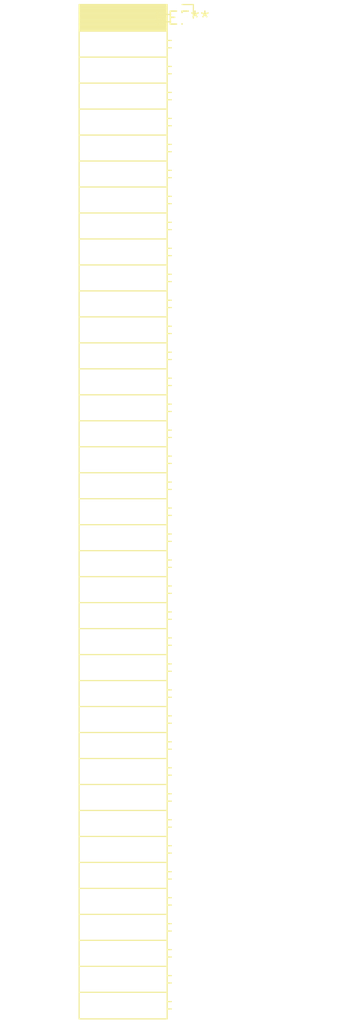
<source format=kicad_pcb>
(kicad_pcb (version 20240108) (generator pcbnew)
  (layers (0 "F.Cu" signal) (31 "B.Cu" signal) (34 "B.Paste" user) (35 "F.Paste" user) (36 "B.SilkS" user "B.Silkscreen") (37 "F.SilkS" user "F.Silkscreen") (38 "B.Mask" user) (39 "F.Mask" user) (44 "Edge.Cuts" user))
  (net 0 "")
  (footprint "PinSocket_1x39_P2.54mm_Horizontal" (layer "F.Cu") (at 0 0)
    (property "Reference" "REF**")
    (property "Value" "PinSocket_1x39_P2.54mm_Horizontal")
    (fp_line (start -10.09 -1.33) (end -10.09 97.85) (layer "F.SilkS") (stroke (width 0.12)))
    (fp_line (start -10.09 -1.33) (end -1.46 -1.33) (layer "F.SilkS") (stroke (width 0.12)))
    (fp_line (start -10.09 -1.21) (end -1.46 -1.21) (layer "F.SilkS") (stroke (width 0.12)))
    (fp_line (start -10.09 -1.091905) (end -1.46 -1.091905) (layer "F.SilkS") (stroke (width 0.12)))
    (fp_line (start -10.09 -0.97381) (end -1.46 -0.97381) (layer "F.SilkS") (stroke (width 0.12)))
    (fp_line (start -10.09 -0.855715) (end -1.46 -0.855715) (layer "F.SilkS") (stroke (width 0.12)))
    (fp_line (start -10.09 -0.73762) (end -1.46 -0.73762) (layer "F.SilkS") (stroke (width 0.12)))
    (fp_line (start -10.09 -0.619525) (end -1.46 -0.619525) (layer "F.SilkS") (stroke (width 0.12)))
    (fp_line (start -10.09 -0.50143) (end -1.46 -0.50143) (layer "F.SilkS") (stroke (width 0.12)))
    (fp_line (start -10.09 -0.383335) (end -1.46 -0.383335) (layer "F.SilkS") (stroke (width 0.12)))
    (fp_line (start -10.09 -0.26524) (end -1.46 -0.26524) (layer "F.SilkS") (stroke (width 0.12)))
    (fp_line (start -10.09 -0.147145) (end -1.46 -0.147145) (layer "F.SilkS") (stroke (width 0.12)))
    (fp_line (start -10.09 -0.02905) (end -1.46 -0.02905) (layer "F.SilkS") (stroke (width 0.12)))
    (fp_line (start -10.09 0.089045) (end -1.46 0.089045) (layer "F.SilkS") (stroke (width 0.12)))
    (fp_line (start -10.09 0.20714) (end -1.46 0.20714) (layer "F.SilkS") (stroke (width 0.12)))
    (fp_line (start -10.09 0.325235) (end -1.46 0.325235) (layer "F.SilkS") (stroke (width 0.12)))
    (fp_line (start -10.09 0.44333) (end -1.46 0.44333) (layer "F.SilkS") (stroke (width 0.12)))
    (fp_line (start -10.09 0.561425) (end -1.46 0.561425) (layer "F.SilkS") (stroke (width 0.12)))
    (fp_line (start -10.09 0.67952) (end -1.46 0.67952) (layer "F.SilkS") (stroke (width 0.12)))
    (fp_line (start -10.09 0.797615) (end -1.46 0.797615) (layer "F.SilkS") (stroke (width 0.12)))
    (fp_line (start -10.09 0.91571) (end -1.46 0.91571) (layer "F.SilkS") (stroke (width 0.12)))
    (fp_line (start -10.09 1.033805) (end -1.46 1.033805) (layer "F.SilkS") (stroke (width 0.12)))
    (fp_line (start -10.09 1.1519) (end -1.46 1.1519) (layer "F.SilkS") (stroke (width 0.12)))
    (fp_line (start -10.09 1.27) (end -1.46 1.27) (layer "F.SilkS") (stroke (width 0.12)))
    (fp_line (start -10.09 3.81) (end -1.46 3.81) (layer "F.SilkS") (stroke (width 0.12)))
    (fp_line (start -10.09 6.35) (end -1.46 6.35) (layer "F.SilkS") (stroke (width 0.12)))
    (fp_line (start -10.09 8.89) (end -1.46 8.89) (layer "F.SilkS") (stroke (width 0.12)))
    (fp_line (start -10.09 11.43) (end -1.46 11.43) (layer "F.SilkS") (stroke (width 0.12)))
    (fp_line (start -10.09 13.97) (end -1.46 13.97) (layer "F.SilkS") (stroke (width 0.12)))
    (fp_line (start -10.09 16.51) (end -1.46 16.51) (layer "F.SilkS") (stroke (width 0.12)))
    (fp_line (start -10.09 19.05) (end -1.46 19.05) (layer "F.SilkS") (stroke (width 0.12)))
    (fp_line (start -10.09 21.59) (end -1.46 21.59) (layer "F.SilkS") (stroke (width 0.12)))
    (fp_line (start -10.09 24.13) (end -1.46 24.13) (layer "F.SilkS") (stroke (width 0.12)))
    (fp_line (start -10.09 26.67) (end -1.46 26.67) (layer "F.SilkS") (stroke (width 0.12)))
    (fp_line (start -10.09 29.21) (end -1.46 29.21) (layer "F.SilkS") (stroke (width 0.12)))
    (fp_line (start -10.09 31.75) (end -1.46 31.75) (layer "F.SilkS") (stroke (width 0.12)))
    (fp_line (start -10.09 34.29) (end -1.46 34.29) (layer "F.SilkS") (stroke (width 0.12)))
    (fp_line (start -10.09 36.83) (end -1.46 36.83) (layer "F.SilkS") (stroke (width 0.12)))
    (fp_line (start -10.09 39.37) (end -1.46 39.37) (layer "F.SilkS") (stroke (width 0.12)))
    (fp_line (start -10.09 41.91) (end -1.46 41.91) (layer "F.SilkS") (stroke (width 0.12)))
    (fp_line (start -10.09 44.45) (end -1.46 44.45) (layer "F.SilkS") (stroke (width 0.12)))
    (fp_line (start -10.09 46.99) (end -1.46 46.99) (layer "F.SilkS") (stroke (width 0.12)))
    (fp_line (start -10.09 49.53) (end -1.46 49.53) (layer "F.SilkS") (stroke (width 0.12)))
    (fp_line (start -10.09 52.07) (end -1.46 52.07) (layer "F.SilkS") (stroke (width 0.12)))
    (fp_line (start -10.09 54.61) (end -1.46 54.61) (layer "F.SilkS") (stroke (width 0.12)))
    (fp_line (start -10.09 57.15) (end -1.46 57.15) (layer "F.SilkS") (stroke (width 0.12)))
    (fp_line (start -10.09 59.69) (end -1.46 59.69) (layer "F.SilkS") (stroke (width 0.12)))
    (fp_line (start -10.09 62.23) (end -1.46 62.23) (layer "F.SilkS") (stroke (width 0.12)))
    (fp_line (start -10.09 64.77) (end -1.46 64.77) (layer "F.SilkS") (stroke (width 0.12)))
    (fp_line (start -10.09 67.31) (end -1.46 67.31) (layer "F.SilkS") (stroke (width 0.12)))
    (fp_line (start -10.09 69.85) (end -1.46 69.85) (layer "F.SilkS") (stroke (width 0.12)))
    (fp_line (start -10.09 72.39) (end -1.46 72.39) (layer "F.SilkS") (stroke (width 0.12)))
    (fp_line (start -10.09 74.93) (end -1.46 74.93) (layer "F.SilkS") (stroke (width 0.12)))
    (fp_line (start -10.09 77.47) (end -1.46 77.47) (layer "F.SilkS") (stroke (width 0.12)))
    (fp_line (start -10.09 80.01) (end -1.46 80.01) (layer "F.SilkS") (stroke (width 0.12)))
    (fp_line (start -10.09 82.55) (end -1.46 82.55) (layer "F.SilkS") (stroke (width 0.12)))
    (fp_line (start -10.09 85.09) (end -1.46 85.09) (layer "F.SilkS") (stroke (width 0.12)))
    (fp_line (start -10.09 87.63) (end -1.46 87.63) (layer "F.SilkS") (stroke (width 0.12)))
    (fp_line (start -10.09 90.17) (end -1.46 90.17) (layer "F.SilkS") (stroke (width 0.12)))
    (fp_line (start -10.09 92.71) (end -1.46 92.71) (layer "F.SilkS") (stroke (width 0.12)))
    (fp_line (start -10.09 95.25) (end -1.46 95.25) (layer "F.SilkS") (stroke (width 0.12)))
    (fp_line (start -10.09 97.85) (end -1.46 97.85) (layer "F.SilkS") (stroke (width 0.12)))
    (fp_line (start -1.46 -1.33) (end -1.46 97.85) (layer "F.SilkS") (stroke (width 0.12)))
    (fp_line (start -1.46 -0.36) (end -1.11 -0.36) (layer "F.SilkS") (stroke (width 0.12)))
    (fp_line (start -1.46 0.36) (end -1.11 0.36) (layer "F.SilkS") (stroke (width 0.12)))
    (fp_line (start -1.46 2.18) (end -1.05 2.18) (layer "F.SilkS") (stroke (width 0.12)))
    (fp_line (start -1.46 2.9) (end -1.05 2.9) (layer "F.SilkS") (stroke (width 0.12)))
    (fp_line (start -1.46 4.72) (end -1.05 4.72) (layer "F.SilkS") (stroke (width 0.12)))
    (fp_line (start -1.46 5.44) (end -1.05 5.44) (layer "F.SilkS") (stroke (width 0.12)))
    (fp_line (start -1.46 7.26) (end -1.05 7.26) (layer "F.SilkS") (stroke (width 0.12)))
    (fp_line (start -1.46 7.98) (end -1.05 7.98) (layer "F.SilkS") (stroke (width 0.12)))
    (fp_line (start -1.46 9.8) (end -1.05 9.8) (layer "F.SilkS") (stroke (width 0.12)))
    (fp_line (start -1.46 10.52) (end -1.05 10.52) (layer "F.SilkS") (stroke (width 0.12)))
    (fp_line (start -1.46 12.34) (end -1.05 12.34) (layer "F.SilkS") (stroke (width 0.12)))
    (fp_line (start -1.46 13.06) (end -1.05 13.06) (layer "F.SilkS") (stroke (width 0.12)))
    (fp_line (start -1.46 14.88) (end -1.05 14.88) (layer "F.SilkS") (stroke (width 0.12)))
    (fp_line (start -1.46 15.6) (end -1.05 15.6) (layer "F.SilkS") (stroke (width 0.12)))
    (fp_line (start -1.46 17.42) (end -1.05 17.42) (layer "F.SilkS") (stroke (width 0.12)))
    (fp_line (start -1.46 18.14) (end -1.05 18.14) (layer "F.SilkS") (stroke (width 0.12)))
    (fp_line (start -1.46 19.96) (end -1.05 19.96) (layer "F.SilkS") (stroke (width 0.12)))
    (fp_line (start -1.46 20.68) (end -1.05 20.68) (layer "F.SilkS") (stroke (width 0.12)))
    (fp_line (start -1.46 22.5) (end -1.05 22.5) (layer "F.SilkS") (stroke (width 0.12)))
    (fp_line (start -1.46 23.22) (end -1.05 23.22) (layer "F.SilkS") (stroke (width 0.12)))
    (fp_line (start -1.46 25.04) (end -1.05 25.04) (layer "F.SilkS") (stroke (width 0.12)))
    (fp_line (start -1.46 25.76) (end -1.05 25.76) (layer "F.SilkS") (stroke (width 0.12)))
    (fp_line (start -1.46 27.58) (end -1.05 27.58) (layer "F.SilkS") (stroke (width 0.12)))
    (fp_line (start -1.46 28.3) (end -1.05 28.3) (layer "F.SilkS") (stroke (width 0.12)))
    (fp_line (start -1.46 30.12) (end -1.05 30.12) (layer "F.SilkS") (stroke (width 0.12)))
    (fp_line (start -1.46 30.84) (end -1.05 30.84) (layer "F.SilkS") (stroke (width 0.12)))
    (fp_line (start -1.46 32.66) (end -1.05 32.66) (layer "F.SilkS") (stroke (width 0.12)))
    (fp_line (start -1.46 33.38) (end -1.05 33.38) (layer "F.SilkS") (stroke (width 0.12)))
    (fp_line (start -1.46 35.2) (end -1.05 35.2) (layer "F.SilkS") (stroke (width 0.12)))
    (fp_line (start -1.46 35.92) (end -1.05 35.92) (layer "F.SilkS") (stroke (width 0.12)))
    (fp_line (start -1.46 37.74) (end -1.05 37.74) (layer "F.SilkS") (stroke (width 0.12)))
    (fp_line (start -1.46 38.46) (end -1.05 38.46) (layer "F.SilkS") (stroke (width 0.12)))
    (fp_line (start -1.46 40.28) (end -1.05 40.28) (layer "F.SilkS") (stroke (width 0.12)))
    (fp_line (start -1.46 41) (end -1.05 41) (layer "F.SilkS") (stroke (width 0.12)))
    (fp_line (start -1.46 42.82) (end -1.05 42.82) (layer "F.SilkS") (stroke (width 0.12)))
    (fp_line (start -1.46 43.54) (end -1.05 43.54) (layer "F.SilkS") (stroke (width 0.12)))
    (fp_line (start -1.46 45.36) (end -1.05 45.36) (layer "F.SilkS") (stroke (width 0.12)))
    (fp_line (start -1.46 46.08) (end -1.05 46.08) (layer "F.SilkS") (stroke (width 0.12)))
    (fp_line (start -1.46 47.9) (end -1.05 47.9) (layer "F.SilkS") (stroke (width 0.12)))
    (fp_line (start -1.46 48.62) (end -1.05 48.62) (layer "F.SilkS") (stroke (width 0.12)))
    (fp_line (start -1.46 50.44) (end -1.05 50.44) (layer "F.SilkS") (stroke (width 0.12)))
    (fp_line (start -1.46 51.16) (end -1.05 51.16) (layer "F.SilkS") (stroke (width 0.12)))
    (fp_line (start -1.46 52.98) (end -1.05 52.98) (layer "F.SilkS") (stroke (width 0.12)))
    (fp_line (start -1.46 53.7) (end -1.05 53.7) (layer "F.SilkS") (stroke (width 0.12)))
    (fp_line (start -1.46 55.52) (end -1.05 55.52) (layer "F.SilkS") (stroke (width 0.12)))
    (fp_line (start -1.46 56.24) (end -1.05 56.24) (layer "F.SilkS") (stroke (width 0.12)))
    (fp_line (start -1.46 58.06) (end -1.05 58.06) (layer "F.SilkS") (stroke (width 0.12)))
    (fp_line (start -1.46 58.78) (end -1.05 58.78) (layer "F.SilkS") (stroke (width 0.12)))
    (fp_line (start -1.46 60.6) (end -1.05 60.6) (layer "F.SilkS") (stroke (width 0.12)))
    (fp_line (start -1.46 61.32) (end -1.05 61.32) (layer "F.SilkS") (stroke (width 0.12)))
    (fp_line (start -1.46 63.14) (end -1.05 63.14) (layer "F.SilkS") (stroke (width 0.12)))
    (fp_line (start -1.46 63.86) (end -1.05 63.86) (layer "F.SilkS") (stroke (width 0.12)))
    (fp_line (start -1.46 65.68) (end -1.05 65.68) (layer "F.SilkS") (stroke (width 0.12)))
    (fp_line (start -1.46 66.4) (end -1.05 66.4) (layer "F.SilkS") (stroke (width 0.12)))
    (fp_line (start -1.46 68.22) (end -1.05 68.22) (layer "F.SilkS") (stroke (width 0.12)))
    (fp_line (start -1.46 68.94) (end -1.05 68.94) (layer "F.SilkS") (stroke (width 0.12)))
    (fp_line (start -1.46 70.76) (end -1.05 70.76) (layer "F.SilkS") (stroke (width 0.12)))
    (fp_line (start -1.46 71.48) (end -1.05 71.48) (layer "F.SilkS") (stroke (width 0.12)))
    (fp_line (start -1.46 73.3) (end -1.05 73.3) (layer "F.SilkS") (stroke (width 0.12)))
    (fp_line (start -1.46 74.02) (end -1.05 74.02) (layer "F.SilkS") (stroke (width 0.12)))
    (fp_line (start -1.46 75.84) (end -1.05 75.84) (layer "F.SilkS") (stroke (width 0.12)))
    (fp_line (start -1.46 76.56) (end -1.05 76.56) (layer "F.SilkS") (stroke (width 0.12)))
    (fp_line (start -1.46 78.38) (end -1.05 78.38) (layer "F.SilkS") (stroke (width 0.12)))
    (fp_line (start -1.46 79.1) (end -1.05 79.1) (layer "F.SilkS") (stroke (width 0.12)))
    (fp_line (start -1.46 80.92) (end -1.05 80.92) (layer "F.SilkS") (stroke (width 0.12)))
    (fp_line (start -1.46 81.64) (end -1.05 81.64) (layer "F.SilkS") (stroke (width 0.12)))
    (fp_line (start -1.46 83.46) (end -1.05 83.46) (layer "F.SilkS") (stroke (width 0.12)))
    (fp_line (start -1.46 84.18) (end -1.05 84.18) (layer "F.SilkS") (stroke (width 0.12)))
    (fp_line (start -1.46 86) (end -1.05 86) (layer "F.SilkS") (stroke (width 0.12)))
    (fp_line (start -1.46 86.72) (end -1.05 86.72) (layer "F.SilkS") (stroke (width 0.12)))
    (fp_line (start -1.46 88.54) (end -1.05 88.54) (layer "F.SilkS") (stroke (width 0.12)))
    (fp_line (start -1.46 89.26) (end -1.05 89.26) (layer "F.SilkS") (stroke (width 0.12)))
    (fp_line (start -1.46 91.08) (end -1.05 91.08) (layer "F.SilkS") (stroke (width 0.12)))
    (fp_line (start -1.46 91.8) (end -1.05 91.8) (layer "F.SilkS") (stroke (width 0.12)))
    (fp_line (start -1.46 93.62) (end -1.05 93.62) (layer "F.SilkS") (stroke (width 0.12)))
    (fp_line (start -1.46 94.34) (end -1.05 94.34) (layer "F.SilkS") (stroke (width 0.12)))
    (fp_line (start -1.46 96.16) (end -1.05 96.16) (layer "F.SilkS") (stroke (width 0.12)))
    (fp_line (start -1.46 96.88) (end -1.05 96.88) (layer "F.SilkS") (stroke (width 0.12)))
    (fp_line (start 0 -1.33) (end 1.11 -1.33) (layer "F.SilkS") (stroke (width 0.12)))
    (fp_line (start 1.11 -1.33) (end 1.11 0) (layer "F.SilkS") (stroke (width 0.12)))
    (pad "1" thru_hole rect (at 0 0) (size 1.7 1.7) (drill 1) (layers *.Cu *.Mask) (remove_unused_layers))
    (pad "2" thru_hole oval (at 0 2.54) (size 1.7 1.7) (drill 1) (layers *.Cu *.Mask) (remove_unused_layers))
    (pad "3" thru_hole oval (at 0 5.08) (size 1.7 1.7) (drill 1) (layers *.Cu *.Mask) (remove_unused_layers))
    (pad "4" thru_hole oval (at 0 7.62) (size 1.7 1.7) (drill 1) (layers *.Cu *.Mask) (remove_unused_layers))
    (pad "5" thru_hole oval (at 0 10.16) (size 1.7 1.7) (drill 1) (layers *.Cu *.Mask) (remove_unused_layers))
    (pad "6" thru_hole oval (at 0 12.7) (size 1.7 1.7) (drill 1) (layers *.Cu *.Mask) (remove_unused_layers))
    (pad "7" thru_hole oval (at 0 15.24) (size 1.7 1.7) (drill 1) (layers *.Cu *.Mask) (remove_unused_layers))
    (pad "8" thru_hole oval (at 0 17.78) (size 1.7 1.7) (drill 1) (layers *.Cu *.Mask) (remove_unused_layers))
    (pad "9" thru_hole oval (at 0 20.32) (size 1.7 1.7) (drill 1) (layers *.Cu *.Mask) (remove_unused_layers))
    (pad "10" thru_hole oval (at 0 22.86) (size 1.7 1.7) (drill 1) (layers *.Cu *.Mask) (remove_unused_layers))
    (pad "11" thru_hole oval (at 0 25.4) (size 1.7 1.7) (drill 1) (layers *.Cu *.Mask) (remove_unused_layers))
    (pad "12" thru_hole oval (at 0 27.94) (size 1.7 1.7) (drill 1) (layers *.Cu *.Mask) (remove_unused_layers))
    (pad "13" thru_hole oval (at 0 30.48) (size 1.7 1.7) (drill 1) (layers *.Cu *.Mask) (remove_unused_layers))
    (pad "14" thru_hole oval (at 0 33.02) (size 1.7 1.7) (drill 1) (layers *.Cu *.Mask) (remove_unused_layers))
    (pad "15" thru_hole oval (at 0 35.56) (size 1.7 1.7) (drill 1) (layers *.Cu *.Mask) (remove_unused_layers))
    (pad "16" thru_hole oval (at 0 38.1) (size 1.7 1.7) (drill 1) (layers *.Cu *.Mask) (remove_unused_layers))
    (pad "17" thru_hole oval (at 0 40.64) (size 1.7 1.7) (drill 1) (layers *.Cu *.Mask) (remove_unused_layers))
    (pad "18" thru_hole oval (at 0 43.18) (size 1.7 1.7) (drill 1) (layers *.Cu *.Mask) (remove_unused_layers))
    (pad "19" thru_hole oval (at 0 45.72) (size 1.7 1.7) (drill 1) (layers *.Cu *.Mask) (remove_unused_layers))
    (pad "20" thru_hole oval (at 0 48.26) (size 1.7 1.7) (drill 1) (layers *.Cu *.Mask) (remove_unused_layers))
    (pad "21" thru_hole oval (at 0 50.8) (size 1.7 1.7) (drill 1) (layers *.Cu *.Mask) (remove_unused_layers))
    (pad "22" thru_hole oval (at 0 53.34) (size 1.7 1.7) (drill 1) (layers *.Cu *.Mask) (remove_unused_layers))
    (pad "23" thru_hole oval (at 0 55.88) (size 1.7 1.7) (drill 1) (layers *.Cu *.Mask) (remove_unused_layers))
    (pad "24" thru_hole oval (at 0 58.42) (size 1.7 1.7) (drill 1) (layers *.Cu *.Mask) (remove_unused_layers))
    (pad "25" thru_hole oval (at 0 60.96) (size 1.7 1.7) (drill 1) (layers *.Cu *.Mask) (remove_unused_layers))
    (pad "26" thru_hole oval (at 0 63.5) (size 1.7 1.7) (drill 1) (layers *.Cu *.Mask) (remove_unused_layers))
    (pad "27" thru_hole oval (at 0 66.04) (size 1.7 1.7) (drill 1) (layers *.Cu *.Mask) (remove_unused_layers))
    (pad "28" thru_hole oval (at 0 68.58) (size 1.7 1.7) (drill 1) (layers *.Cu *.Mask) (remove_unused_layers))
    (pad "29" thru_hole oval (at 0 71.12) (size 1.7 1.7) (drill 1) (layers *.Cu *.Mask) (remove_unused_layers))
    (pad "30" thru_hole oval (at 0 73.66) (size 1.7 1.7) (drill 1) (layers *.Cu *.Mask) (remove_unused_layers))
    (pad "31" thru_hole oval (at 0 76.2) (size 1.7 1.7) (drill 1) (layers *.Cu *.Mask) (remove_unused_layers))
    (pad "32" thru_hole oval (at 0 78.74) (size 1.7 1.7) (drill 1) (layers *.Cu *.Mask) (remove_unused_layers))
    (pad "33" thru_hole oval (at 0 81.28) (size 1.7 1.7) (drill 1) (layers *.Cu *.Mask) (remove_unused_layers))
    (pad "34" thru_hole oval (at 0 83.82) (size 1.7 1.7) (drill 1) (layers *.Cu *.Mask) (remove_unused_layers))
    (pad "35" thru_hole oval (at 0 86.36) (size 1.7 1.7) (drill 1) (layers *.Cu *.Mask) (remove_unused_layers))
    (pad "36" thru_hole oval (at 0 88.9) (size 1.7 1.7) (drill 1) (layers *.Cu *.Mask) (remove_unused_layers))
    (pad "37" thru_hole oval (at 0 91.44) (size 1.7 1.7) (drill 1) (layers *.Cu *.Mask) (remove_unused_layers))
    (pad "38" thru_hole oval (at 0 93.98) (size 1.7 1.7) (drill 1) (layers *.Cu *.Mask) (remove_unused_layers))
    (pad "39" thru_hole oval (at 0 96.52) (size 1.7 1.7) (drill 1) (layers *.Cu *.Mask) (remove_unused_layers))
  )
)
</source>
